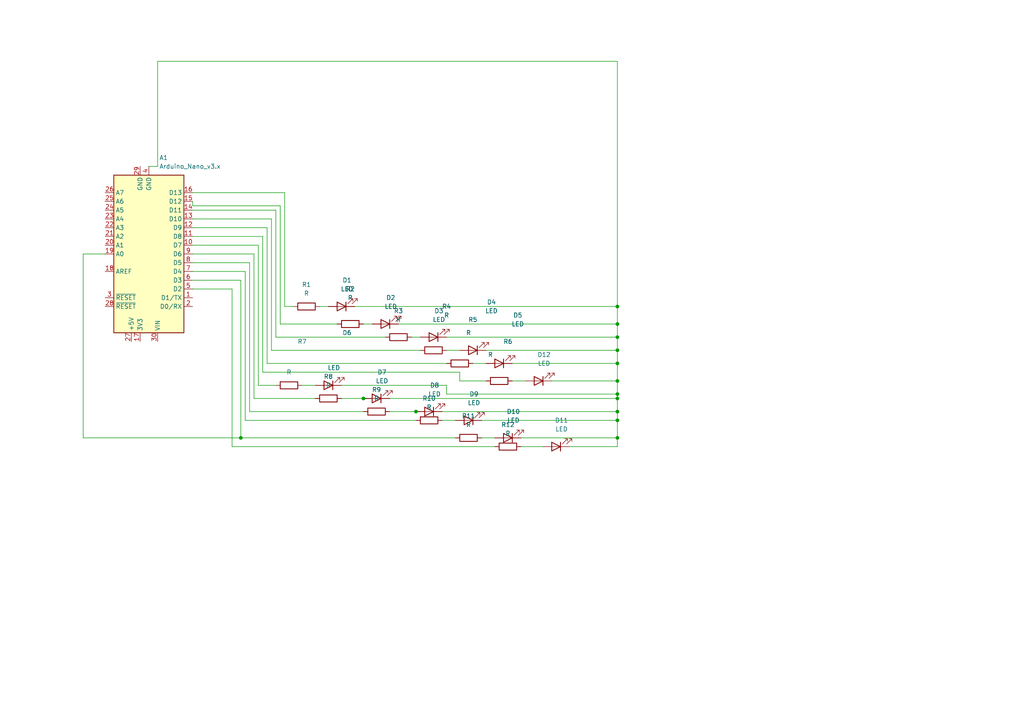
<source format=kicad_sch>
(kicad_sch
	(version 20231120)
	(generator "eeschema")
	(generator_version "8.0")
	(uuid "7cd18d84-4258-4b2f-aaac-ac1eaf754079")
	(paper "A4")
	(title_block
		(title "LED MATRIX")
		(date "8-30-2024")
		(rev "00")
		(comment 1 "DESIGNER: DAVID GOLIATH")
	)
	(lib_symbols
		(symbol "Device:LED"
			(pin_numbers hide)
			(pin_names
				(offset 1.016) hide)
			(exclude_from_sim no)
			(in_bom yes)
			(on_board yes)
			(property "Reference" "D"
				(at 0 2.54 0)
				(effects
					(font
						(size 1.27 1.27)
					)
				)
			)
			(property "Value" "LED"
				(at 0 -2.54 0)
				(effects
					(font
						(size 1.27 1.27)
					)
				)
			)
			(property "Footprint" ""
				(at 0 0 0)
				(effects
					(font
						(size 1.27 1.27)
					)
					(hide yes)
				)
			)
			(property "Datasheet" "~"
				(at 0 0 0)
				(effects
					(font
						(size 1.27 1.27)
					)
					(hide yes)
				)
			)
			(property "Description" "Light emitting diode"
				(at 0 0 0)
				(effects
					(font
						(size 1.27 1.27)
					)
					(hide yes)
				)
			)
			(property "ki_keywords" "LED diode"
				(at 0 0 0)
				(effects
					(font
						(size 1.27 1.27)
					)
					(hide yes)
				)
			)
			(property "ki_fp_filters" "LED* LED_SMD:* LED_THT:*"
				(at 0 0 0)
				(effects
					(font
						(size 1.27 1.27)
					)
					(hide yes)
				)
			)
			(symbol "LED_0_1"
				(polyline
					(pts
						(xy -1.27 -1.27) (xy -1.27 1.27)
					)
					(stroke
						(width 0.254)
						(type default)
					)
					(fill
						(type none)
					)
				)
				(polyline
					(pts
						(xy -1.27 0) (xy 1.27 0)
					)
					(stroke
						(width 0)
						(type default)
					)
					(fill
						(type none)
					)
				)
				(polyline
					(pts
						(xy 1.27 -1.27) (xy 1.27 1.27) (xy -1.27 0) (xy 1.27 -1.27)
					)
					(stroke
						(width 0.254)
						(type default)
					)
					(fill
						(type none)
					)
				)
				(polyline
					(pts
						(xy -3.048 -0.762) (xy -4.572 -2.286) (xy -3.81 -2.286) (xy -4.572 -2.286) (xy -4.572 -1.524)
					)
					(stroke
						(width 0)
						(type default)
					)
					(fill
						(type none)
					)
				)
				(polyline
					(pts
						(xy -1.778 -0.762) (xy -3.302 -2.286) (xy -2.54 -2.286) (xy -3.302 -2.286) (xy -3.302 -1.524)
					)
					(stroke
						(width 0)
						(type default)
					)
					(fill
						(type none)
					)
				)
			)
			(symbol "LED_1_1"
				(pin passive line
					(at -3.81 0 0)
					(length 2.54)
					(name "K"
						(effects
							(font
								(size 1.27 1.27)
							)
						)
					)
					(number "1"
						(effects
							(font
								(size 1.27 1.27)
							)
						)
					)
				)
				(pin passive line
					(at 3.81 0 180)
					(length 2.54)
					(name "A"
						(effects
							(font
								(size 1.27 1.27)
							)
						)
					)
					(number "2"
						(effects
							(font
								(size 1.27 1.27)
							)
						)
					)
				)
			)
		)
		(symbol "Device:R"
			(pin_numbers hide)
			(pin_names
				(offset 0)
			)
			(exclude_from_sim no)
			(in_bom yes)
			(on_board yes)
			(property "Reference" "R"
				(at 2.032 0 90)
				(effects
					(font
						(size 1.27 1.27)
					)
				)
			)
			(property "Value" "R"
				(at 0 0 90)
				(effects
					(font
						(size 1.27 1.27)
					)
				)
			)
			(property "Footprint" ""
				(at -1.778 0 90)
				(effects
					(font
						(size 1.27 1.27)
					)
					(hide yes)
				)
			)
			(property "Datasheet" "~"
				(at 0 0 0)
				(effects
					(font
						(size 1.27 1.27)
					)
					(hide yes)
				)
			)
			(property "Description" "Resistor"
				(at 0 0 0)
				(effects
					(font
						(size 1.27 1.27)
					)
					(hide yes)
				)
			)
			(property "ki_keywords" "R res resistor"
				(at 0 0 0)
				(effects
					(font
						(size 1.27 1.27)
					)
					(hide yes)
				)
			)
			(property "ki_fp_filters" "R_*"
				(at 0 0 0)
				(effects
					(font
						(size 1.27 1.27)
					)
					(hide yes)
				)
			)
			(symbol "R_0_1"
				(rectangle
					(start -1.016 -2.54)
					(end 1.016 2.54)
					(stroke
						(width 0.254)
						(type default)
					)
					(fill
						(type none)
					)
				)
			)
			(symbol "R_1_1"
				(pin passive line
					(at 0 3.81 270)
					(length 1.27)
					(name "~"
						(effects
							(font
								(size 1.27 1.27)
							)
						)
					)
					(number "1"
						(effects
							(font
								(size 1.27 1.27)
							)
						)
					)
				)
				(pin passive line
					(at 0 -3.81 90)
					(length 1.27)
					(name "~"
						(effects
							(font
								(size 1.27 1.27)
							)
						)
					)
					(number "2"
						(effects
							(font
								(size 1.27 1.27)
							)
						)
					)
				)
			)
		)
		(symbol "MCU_Module:Arduino_Nano_v3.x"
			(exclude_from_sim no)
			(in_bom yes)
			(on_board yes)
			(property "Reference" "A"
				(at -10.16 23.495 0)
				(effects
					(font
						(size 1.27 1.27)
					)
					(justify left bottom)
				)
			)
			(property "Value" "Arduino_Nano_v3.x"
				(at 5.08 -24.13 0)
				(effects
					(font
						(size 1.27 1.27)
					)
					(justify left top)
				)
			)
			(property "Footprint" "Module:Arduino_Nano"
				(at 0 0 0)
				(effects
					(font
						(size 1.27 1.27)
						(italic yes)
					)
					(hide yes)
				)
			)
			(property "Datasheet" "http://www.mouser.com/pdfdocs/Gravitech_Arduino_Nano3_0.pdf"
				(at 0 0 0)
				(effects
					(font
						(size 1.27 1.27)
					)
					(hide yes)
				)
			)
			(property "Description" "Arduino Nano v3.x"
				(at 0 0 0)
				(effects
					(font
						(size 1.27 1.27)
					)
					(hide yes)
				)
			)
			(property "ki_keywords" "Arduino nano microcontroller module USB"
				(at 0 0 0)
				(effects
					(font
						(size 1.27 1.27)
					)
					(hide yes)
				)
			)
			(property "ki_fp_filters" "Arduino*Nano*"
				(at 0 0 0)
				(effects
					(font
						(size 1.27 1.27)
					)
					(hide yes)
				)
			)
			(symbol "Arduino_Nano_v3.x_0_1"
				(rectangle
					(start -10.16 22.86)
					(end 10.16 -22.86)
					(stroke
						(width 0.254)
						(type default)
					)
					(fill
						(type background)
					)
				)
			)
			(symbol "Arduino_Nano_v3.x_1_1"
				(pin bidirectional line
					(at -12.7 12.7 0)
					(length 2.54)
					(name "D1/TX"
						(effects
							(font
								(size 1.27 1.27)
							)
						)
					)
					(number "1"
						(effects
							(font
								(size 1.27 1.27)
							)
						)
					)
				)
				(pin bidirectional line
					(at -12.7 -2.54 0)
					(length 2.54)
					(name "D7"
						(effects
							(font
								(size 1.27 1.27)
							)
						)
					)
					(number "10"
						(effects
							(font
								(size 1.27 1.27)
							)
						)
					)
				)
				(pin bidirectional line
					(at -12.7 -5.08 0)
					(length 2.54)
					(name "D8"
						(effects
							(font
								(size 1.27 1.27)
							)
						)
					)
					(number "11"
						(effects
							(font
								(size 1.27 1.27)
							)
						)
					)
				)
				(pin bidirectional line
					(at -12.7 -7.62 0)
					(length 2.54)
					(name "D9"
						(effects
							(font
								(size 1.27 1.27)
							)
						)
					)
					(number "12"
						(effects
							(font
								(size 1.27 1.27)
							)
						)
					)
				)
				(pin bidirectional line
					(at -12.7 -10.16 0)
					(length 2.54)
					(name "D10"
						(effects
							(font
								(size 1.27 1.27)
							)
						)
					)
					(number "13"
						(effects
							(font
								(size 1.27 1.27)
							)
						)
					)
				)
				(pin bidirectional line
					(at -12.7 -12.7 0)
					(length 2.54)
					(name "D11"
						(effects
							(font
								(size 1.27 1.27)
							)
						)
					)
					(number "14"
						(effects
							(font
								(size 1.27 1.27)
							)
						)
					)
				)
				(pin bidirectional line
					(at -12.7 -15.24 0)
					(length 2.54)
					(name "D12"
						(effects
							(font
								(size 1.27 1.27)
							)
						)
					)
					(number "15"
						(effects
							(font
								(size 1.27 1.27)
							)
						)
					)
				)
				(pin bidirectional line
					(at -12.7 -17.78 0)
					(length 2.54)
					(name "D13"
						(effects
							(font
								(size 1.27 1.27)
							)
						)
					)
					(number "16"
						(effects
							(font
								(size 1.27 1.27)
							)
						)
					)
				)
				(pin power_out line
					(at 2.54 25.4 270)
					(length 2.54)
					(name "3V3"
						(effects
							(font
								(size 1.27 1.27)
							)
						)
					)
					(number "17"
						(effects
							(font
								(size 1.27 1.27)
							)
						)
					)
				)
				(pin input line
					(at 12.7 5.08 180)
					(length 2.54)
					(name "AREF"
						(effects
							(font
								(size 1.27 1.27)
							)
						)
					)
					(number "18"
						(effects
							(font
								(size 1.27 1.27)
							)
						)
					)
				)
				(pin bidirectional line
					(at 12.7 0 180)
					(length 2.54)
					(name "A0"
						(effects
							(font
								(size 1.27 1.27)
							)
						)
					)
					(number "19"
						(effects
							(font
								(size 1.27 1.27)
							)
						)
					)
				)
				(pin bidirectional line
					(at -12.7 15.24 0)
					(length 2.54)
					(name "D0/RX"
						(effects
							(font
								(size 1.27 1.27)
							)
						)
					)
					(number "2"
						(effects
							(font
								(size 1.27 1.27)
							)
						)
					)
				)
				(pin bidirectional line
					(at 12.7 -2.54 180)
					(length 2.54)
					(name "A1"
						(effects
							(font
								(size 1.27 1.27)
							)
						)
					)
					(number "20"
						(effects
							(font
								(size 1.27 1.27)
							)
						)
					)
				)
				(pin bidirectional line
					(at 12.7 -5.08 180)
					(length 2.54)
					(name "A2"
						(effects
							(font
								(size 1.27 1.27)
							)
						)
					)
					(number "21"
						(effects
							(font
								(size 1.27 1.27)
							)
						)
					)
				)
				(pin bidirectional line
					(at 12.7 -7.62 180)
					(length 2.54)
					(name "A3"
						(effects
							(font
								(size 1.27 1.27)
							)
						)
					)
					(number "22"
						(effects
							(font
								(size 1.27 1.27)
							)
						)
					)
				)
				(pin bidirectional line
					(at 12.7 -10.16 180)
					(length 2.54)
					(name "A4"
						(effects
							(font
								(size 1.27 1.27)
							)
						)
					)
					(number "23"
						(effects
							(font
								(size 1.27 1.27)
							)
						)
					)
				)
				(pin bidirectional line
					(at 12.7 -12.7 180)
					(length 2.54)
					(name "A5"
						(effects
							(font
								(size 1.27 1.27)
							)
						)
					)
					(number "24"
						(effects
							(font
								(size 1.27 1.27)
							)
						)
					)
				)
				(pin bidirectional line
					(at 12.7 -15.24 180)
					(length 2.54)
					(name "A6"
						(effects
							(font
								(size 1.27 1.27)
							)
						)
					)
					(number "25"
						(effects
							(font
								(size 1.27 1.27)
							)
						)
					)
				)
				(pin bidirectional line
					(at 12.7 -17.78 180)
					(length 2.54)
					(name "A7"
						(effects
							(font
								(size 1.27 1.27)
							)
						)
					)
					(number "26"
						(effects
							(font
								(size 1.27 1.27)
							)
						)
					)
				)
				(pin power_out line
					(at 5.08 25.4 270)
					(length 2.54)
					(name "+5V"
						(effects
							(font
								(size 1.27 1.27)
							)
						)
					)
					(number "27"
						(effects
							(font
								(size 1.27 1.27)
							)
						)
					)
				)
				(pin input line
					(at 12.7 15.24 180)
					(length 2.54)
					(name "~{RESET}"
						(effects
							(font
								(size 1.27 1.27)
							)
						)
					)
					(number "28"
						(effects
							(font
								(size 1.27 1.27)
							)
						)
					)
				)
				(pin power_in line
					(at 2.54 -25.4 90)
					(length 2.54)
					(name "GND"
						(effects
							(font
								(size 1.27 1.27)
							)
						)
					)
					(number "29"
						(effects
							(font
								(size 1.27 1.27)
							)
						)
					)
				)
				(pin input line
					(at 12.7 12.7 180)
					(length 2.54)
					(name "~{RESET}"
						(effects
							(font
								(size 1.27 1.27)
							)
						)
					)
					(number "3"
						(effects
							(font
								(size 1.27 1.27)
							)
						)
					)
				)
				(pin power_in line
					(at -2.54 25.4 270)
					(length 2.54)
					(name "VIN"
						(effects
							(font
								(size 1.27 1.27)
							)
						)
					)
					(number "30"
						(effects
							(font
								(size 1.27 1.27)
							)
						)
					)
				)
				(pin power_in line
					(at 0 -25.4 90)
					(length 2.54)
					(name "GND"
						(effects
							(font
								(size 1.27 1.27)
							)
						)
					)
					(number "4"
						(effects
							(font
								(size 1.27 1.27)
							)
						)
					)
				)
				(pin bidirectional line
					(at -12.7 10.16 0)
					(length 2.54)
					(name "D2"
						(effects
							(font
								(size 1.27 1.27)
							)
						)
					)
					(number "5"
						(effects
							(font
								(size 1.27 1.27)
							)
						)
					)
				)
				(pin bidirectional line
					(at -12.7 7.62 0)
					(length 2.54)
					(name "D3"
						(effects
							(font
								(size 1.27 1.27)
							)
						)
					)
					(number "6"
						(effects
							(font
								(size 1.27 1.27)
							)
						)
					)
				)
				(pin bidirectional line
					(at -12.7 5.08 0)
					(length 2.54)
					(name "D4"
						(effects
							(font
								(size 1.27 1.27)
							)
						)
					)
					(number "7"
						(effects
							(font
								(size 1.27 1.27)
							)
						)
					)
				)
				(pin bidirectional line
					(at -12.7 2.54 0)
					(length 2.54)
					(name "D5"
						(effects
							(font
								(size 1.27 1.27)
							)
						)
					)
					(number "8"
						(effects
							(font
								(size 1.27 1.27)
							)
						)
					)
				)
				(pin bidirectional line
					(at -12.7 0 0)
					(length 2.54)
					(name "D6"
						(effects
							(font
								(size 1.27 1.27)
							)
						)
					)
					(number "9"
						(effects
							(font
								(size 1.27 1.27)
							)
						)
					)
				)
			)
		)
	)
	(junction
		(at 179.07 114.3)
		(diameter 0)
		(color 0 0 0 0)
		(uuid "0e8f15bf-4859-4ff1-875c-71cdba7078f8")
	)
	(junction
		(at 105.41 115.57)
		(diameter 0)
		(color 0 0 0 0)
		(uuid "1ac4804d-6f0b-4492-97aa-fc89ae704a30")
	)
	(junction
		(at 179.07 105.41)
		(diameter 0)
		(color 0 0 0 0)
		(uuid "1c7cd9a6-67b6-412a-8df6-26be668ef177")
	)
	(junction
		(at 179.07 119.38)
		(diameter 0)
		(color 0 0 0 0)
		(uuid "23b7c759-93e8-418f-88da-3c4456cec9fd")
	)
	(junction
		(at 179.07 121.92)
		(diameter 0)
		(color 0 0 0 0)
		(uuid "2ac2f7be-43d1-4716-bf14-7b9e9f9478b0")
	)
	(junction
		(at 179.07 97.79)
		(diameter 0)
		(color 0 0 0 0)
		(uuid "2b01e329-34c7-48d0-a8d2-3537aeadde15")
	)
	(junction
		(at 179.07 127)
		(diameter 0)
		(color 0 0 0 0)
		(uuid "3c19eb79-96f6-4385-9e6f-bb764f4cbcdc")
	)
	(junction
		(at 179.07 88.9)
		(diameter 0)
		(color 0 0 0 0)
		(uuid "3e5e09d5-e2c5-43c0-885f-3d66a0c986f6")
	)
	(junction
		(at 179.07 101.6)
		(diameter 0)
		(color 0 0 0 0)
		(uuid "64d8cc04-b596-4529-9227-fd86c3aa3278")
	)
	(junction
		(at 179.07 115.57)
		(diameter 0)
		(color 0 0 0 0)
		(uuid "7814b5ef-d635-4faa-85c2-626377f4f573")
	)
	(junction
		(at 120.65 119.38)
		(diameter 0)
		(color 0 0 0 0)
		(uuid "7e0e79ad-77f3-43a9-8a4f-6b53fdf52915")
	)
	(junction
		(at 179.07 93.98)
		(diameter 0)
		(color 0 0 0 0)
		(uuid "cd01950b-4e91-428e-9c53-a53bd6ba5104")
	)
	(junction
		(at 69.85 127)
		(diameter 0)
		(color 0 0 0 0)
		(uuid "cfb52796-acf7-4241-a648-d9f1df2d7619")
	)
	(junction
		(at 179.07 110.49)
		(diameter 0)
		(color 0 0 0 0)
		(uuid "d3287276-5eec-4470-b568-1131a9169ea0")
	)
	(wire
		(pts
			(xy 128.27 119.38) (xy 179.07 119.38)
		)
		(stroke
			(width 0)
			(type default)
		)
		(uuid "07f58e82-dd8e-4f7a-bf20-baee543037c4")
	)
	(wire
		(pts
			(xy 148.59 105.41) (xy 179.07 105.41)
		)
		(stroke
			(width 0)
			(type default)
		)
		(uuid "08add303-db14-40bf-bef4-548077affb7b")
	)
	(wire
		(pts
			(xy 30.48 73.66) (xy 24.13 73.66)
		)
		(stroke
			(width 0)
			(type default)
		)
		(uuid "139ac4e7-4b50-4e1e-bede-f187d79ec4e7")
	)
	(wire
		(pts
			(xy 81.28 93.98) (xy 97.79 93.98)
		)
		(stroke
			(width 0)
			(type default)
		)
		(uuid "1574da06-8db0-473d-8045-c39a4729f137")
	)
	(wire
		(pts
			(xy 179.07 119.38) (xy 179.07 121.92)
		)
		(stroke
			(width 0)
			(type default)
		)
		(uuid "15d9e86a-9b9e-4e92-a8c8-eb62da896e93")
	)
	(wire
		(pts
			(xy 179.07 114.3) (xy 179.07 115.57)
		)
		(stroke
			(width 0)
			(type default)
		)
		(uuid "1651d358-f7ed-4548-b3d6-20c50e6b254b")
	)
	(wire
		(pts
			(xy 69.85 81.28) (xy 69.85 127)
		)
		(stroke
			(width 0)
			(type default)
		)
		(uuid "1a35fda0-8c36-4325-9fe2-71d301ef71e9")
	)
	(wire
		(pts
			(xy 120.65 119.38) (xy 121.92 119.38)
		)
		(stroke
			(width 0)
			(type default)
		)
		(uuid "1ac807c1-028a-48de-961e-222f7687f35a")
	)
	(wire
		(pts
			(xy 129.54 101.6) (xy 133.35 101.6)
		)
		(stroke
			(width 0)
			(type default)
		)
		(uuid "1b8c7934-3f61-4f72-9af0-3428ac6fcde6")
	)
	(wire
		(pts
			(xy 67.31 129.54) (xy 143.51 129.54)
		)
		(stroke
			(width 0)
			(type default)
		)
		(uuid "1deaf513-4e82-4a3f-ab59-095a02a793be")
	)
	(wire
		(pts
			(xy 139.7 121.92) (xy 179.07 121.92)
		)
		(stroke
			(width 0)
			(type default)
		)
		(uuid "1f5cf795-e6db-4cab-8fdc-7cb59a84dbc2")
	)
	(wire
		(pts
			(xy 128.27 121.92) (xy 132.08 121.92)
		)
		(stroke
			(width 0)
			(type default)
		)
		(uuid "22a68b0c-7c13-4cb8-b721-d766a4802501")
	)
	(wire
		(pts
			(xy 129.54 111.76) (xy 129.54 114.3)
		)
		(stroke
			(width 0)
			(type default)
		)
		(uuid "247c0e39-9d11-499a-8313-5c66a5a32be9")
	)
	(wire
		(pts
			(xy 72.39 119.38) (xy 105.41 119.38)
		)
		(stroke
			(width 0)
			(type default)
		)
		(uuid "26c4d459-52d7-4583-9152-d0b6b5907ea9")
	)
	(wire
		(pts
			(xy 160.02 110.49) (xy 179.07 110.49)
		)
		(stroke
			(width 0)
			(type default)
		)
		(uuid "2741798f-e2e4-43bd-9eb9-c92fd64ddea3")
	)
	(wire
		(pts
			(xy 148.59 110.49) (xy 152.4 110.49)
		)
		(stroke
			(width 0)
			(type default)
		)
		(uuid "3000f53f-9fb0-43f9-a494-5df68ccd2eef")
	)
	(wire
		(pts
			(xy 55.88 78.74) (xy 71.12 78.74)
		)
		(stroke
			(width 0)
			(type default)
		)
		(uuid "30f50add-0ea1-4541-af70-8117131740f2")
	)
	(wire
		(pts
			(xy 45.72 17.78) (xy 45.72 48.26)
		)
		(stroke
			(width 0)
			(type default)
		)
		(uuid "31d3f9db-5f48-45d6-8bd0-2864e9a49561")
	)
	(wire
		(pts
			(xy 24.13 73.66) (xy 24.13 127)
		)
		(stroke
			(width 0)
			(type default)
		)
		(uuid "36453257-e14a-4605-aa4e-7564a3291a5d")
	)
	(wire
		(pts
			(xy 82.55 55.88) (xy 82.55 88.9)
		)
		(stroke
			(width 0)
			(type default)
		)
		(uuid "3955858b-8a0e-42bc-b11e-2859d49f42fa")
	)
	(wire
		(pts
			(xy 55.88 58.42) (xy 55.88 59.69)
		)
		(stroke
			(width 0)
			(type default)
		)
		(uuid "3a9580ac-1746-4178-9738-173892f6f782")
	)
	(wire
		(pts
			(xy 105.41 93.98) (xy 107.95 93.98)
		)
		(stroke
			(width 0)
			(type default)
		)
		(uuid "3d970d79-88fd-4b50-9bc4-48351b6a6f24")
	)
	(wire
		(pts
			(xy 55.88 63.5) (xy 78.74 63.5)
		)
		(stroke
			(width 0)
			(type default)
		)
		(uuid "42b0a346-5442-4030-a668-9f4f17062450")
	)
	(wire
		(pts
			(xy 24.13 127) (xy 69.85 127)
		)
		(stroke
			(width 0)
			(type default)
		)
		(uuid "45f2fec9-85bb-44e6-94de-29d3af1effbe")
	)
	(wire
		(pts
			(xy 179.07 127) (xy 179.07 129.54)
		)
		(stroke
			(width 0)
			(type default)
		)
		(uuid "46d5559e-fcb1-4243-9c60-655516480b66")
	)
	(wire
		(pts
			(xy 55.88 83.82) (xy 67.31 83.82)
		)
		(stroke
			(width 0)
			(type default)
		)
		(uuid "471f9697-78c3-4ac0-a404-bd14fb2e82eb")
	)
	(wire
		(pts
			(xy 72.39 76.2) (xy 72.39 119.38)
		)
		(stroke
			(width 0)
			(type default)
		)
		(uuid "47c934f3-6eae-4bb9-8a7c-b651aedb9994")
	)
	(wire
		(pts
			(xy 179.07 17.78) (xy 45.72 17.78)
		)
		(stroke
			(width 0)
			(type default)
		)
		(uuid "49496029-766d-4bba-9848-d5a452eb4fc9")
	)
	(wire
		(pts
			(xy 113.03 115.57) (xy 179.07 115.57)
		)
		(stroke
			(width 0)
			(type default)
		)
		(uuid "4a72527d-0781-4f9e-8d9e-284e2578d346")
	)
	(wire
		(pts
			(xy 67.31 83.82) (xy 67.31 129.54)
		)
		(stroke
			(width 0)
			(type default)
		)
		(uuid "4cc5bc3a-36fc-4028-9fa8-53bcafa19abd")
	)
	(wire
		(pts
			(xy 115.57 93.98) (xy 179.07 93.98)
		)
		(stroke
			(width 0)
			(type default)
		)
		(uuid "5050c5de-8072-4615-9dbb-46b8a1996cb1")
	)
	(wire
		(pts
			(xy 137.16 105.41) (xy 140.97 105.41)
		)
		(stroke
			(width 0)
			(type default)
		)
		(uuid "52c832fe-4f4f-49b9-b922-2e3bb4a27771")
	)
	(wire
		(pts
			(xy 55.88 55.88) (xy 82.55 55.88)
		)
		(stroke
			(width 0)
			(type default)
		)
		(uuid "549532cf-a4ff-4b7b-9d74-41cdf7118780")
	)
	(wire
		(pts
			(xy 71.12 121.92) (xy 120.65 121.92)
		)
		(stroke
			(width 0)
			(type default)
		)
		(uuid "57a66f9a-6751-4c04-8232-f49d1d1a1f81")
	)
	(wire
		(pts
			(xy 119.38 97.79) (xy 121.92 97.79)
		)
		(stroke
			(width 0)
			(type default)
		)
		(uuid "5a09940d-bc6e-474b-9f56-af7255dd80ab")
	)
	(wire
		(pts
			(xy 179.07 101.6) (xy 179.07 105.41)
		)
		(stroke
			(width 0)
			(type default)
		)
		(uuid "5bc023b3-ccd7-4837-b138-00ee107e2b12")
	)
	(wire
		(pts
			(xy 151.13 129.54) (xy 157.48 129.54)
		)
		(stroke
			(width 0)
			(type default)
		)
		(uuid "5c75d351-3d6f-43d6-bd1e-bb44dbfd976b")
	)
	(wire
		(pts
			(xy 179.07 17.78) (xy 179.07 88.9)
		)
		(stroke
			(width 0)
			(type default)
		)
		(uuid "693e5c09-9f07-461c-af2d-1279abf41a4b")
	)
	(wire
		(pts
			(xy 73.66 73.66) (xy 73.66 115.57)
		)
		(stroke
			(width 0)
			(type default)
		)
		(uuid "6a754e15-82ef-4c31-b8e5-1f2a1bbe13bd")
	)
	(wire
		(pts
			(xy 76.2 107.95) (xy 133.35 107.95)
		)
		(stroke
			(width 0)
			(type default)
		)
		(uuid "6e796400-6577-4dfc-8d8f-98467b068b7a")
	)
	(wire
		(pts
			(xy 99.06 115.57) (xy 105.41 115.57)
		)
		(stroke
			(width 0)
			(type default)
		)
		(uuid "6ff254fa-56db-40c6-8065-77fd055724b7")
	)
	(wire
		(pts
			(xy 78.74 101.6) (xy 78.74 63.5)
		)
		(stroke
			(width 0)
			(type default)
		)
		(uuid "75f9d553-fba9-4bd3-9ae0-29e23a9acdba")
	)
	(wire
		(pts
			(xy 129.54 114.3) (xy 179.07 114.3)
		)
		(stroke
			(width 0)
			(type default)
		)
		(uuid "7a18afdf-7633-4195-a856-a5001c00df6d")
	)
	(wire
		(pts
			(xy 80.01 60.96) (xy 80.01 97.79)
		)
		(stroke
			(width 0)
			(type default)
		)
		(uuid "7c281769-bf32-4ec0-93e0-436cc78eb69e")
	)
	(wire
		(pts
			(xy 74.93 111.76) (xy 80.01 111.76)
		)
		(stroke
			(width 0)
			(type default)
		)
		(uuid "7e06249b-e1da-425f-8fe6-ef7023ba3d7b")
	)
	(wire
		(pts
			(xy 140.97 101.6) (xy 179.07 101.6)
		)
		(stroke
			(width 0)
			(type default)
		)
		(uuid "82022f46-abbd-41e5-83e2-2afdd78fe9d6")
	)
	(wire
		(pts
			(xy 113.03 119.38) (xy 120.65 119.38)
		)
		(stroke
			(width 0)
			(type default)
		)
		(uuid "82afea47-76ca-454c-a595-5bd6422fe3b2")
	)
	(wire
		(pts
			(xy 55.88 73.66) (xy 73.66 73.66)
		)
		(stroke
			(width 0)
			(type default)
		)
		(uuid "82d8e9e5-a006-43ce-81b2-a310308b4fb3")
	)
	(wire
		(pts
			(xy 55.88 60.96) (xy 80.01 60.96)
		)
		(stroke
			(width 0)
			(type default)
		)
		(uuid "85f4018b-8181-4c48-aa16-220a2b663de4")
	)
	(wire
		(pts
			(xy 55.88 66.04) (xy 77.47 66.04)
		)
		(stroke
			(width 0)
			(type default)
		)
		(uuid "927cf2e4-d9d8-4f6c-a700-db6a7c8cfbd0")
	)
	(wire
		(pts
			(xy 133.35 110.49) (xy 140.97 110.49)
		)
		(stroke
			(width 0)
			(type default)
		)
		(uuid "92b057e9-3594-445f-9878-635df778aadd")
	)
	(wire
		(pts
			(xy 55.88 68.58) (xy 76.2 68.58)
		)
		(stroke
			(width 0)
			(type default)
		)
		(uuid "9720a532-3027-46a9-a928-c261085ae04e")
	)
	(wire
		(pts
			(xy 45.72 48.26) (xy 43.18 48.26)
		)
		(stroke
			(width 0)
			(type default)
		)
		(uuid "989a8397-fb62-462c-810a-38638964f33a")
	)
	(wire
		(pts
			(xy 80.01 97.79) (xy 111.76 97.79)
		)
		(stroke
			(width 0)
			(type default)
		)
		(uuid "a9bd76a6-3fa9-4f20-a88b-6b2154ed8930")
	)
	(wire
		(pts
			(xy 74.93 71.12) (xy 74.93 111.76)
		)
		(stroke
			(width 0)
			(type default)
		)
		(uuid "a9d97dbc-bd44-47b1-8c6a-0a3f7b7d64e8")
	)
	(wire
		(pts
			(xy 179.07 105.41) (xy 179.07 110.49)
		)
		(stroke
			(width 0)
			(type default)
		)
		(uuid "af3e4c1c-8fa5-426f-a973-b17c736b9f61")
	)
	(wire
		(pts
			(xy 99.06 111.76) (xy 129.54 111.76)
		)
		(stroke
			(width 0)
			(type default)
		)
		(uuid "b2e706f0-d72c-4130-ad67-b0e047746867")
	)
	(wire
		(pts
			(xy 179.07 93.98) (xy 179.07 97.79)
		)
		(stroke
			(width 0)
			(type default)
		)
		(uuid "b86e2cf0-5703-4a56-81f4-616daceea91c")
	)
	(wire
		(pts
			(xy 92.71 88.9) (xy 95.25 88.9)
		)
		(stroke
			(width 0)
			(type default)
		)
		(uuid "bb061af1-a125-404e-806e-78605275508f")
	)
	(wire
		(pts
			(xy 76.2 68.58) (xy 76.2 107.95)
		)
		(stroke
			(width 0)
			(type default)
		)
		(uuid "bc8e73ef-22dd-4a7f-9f53-39d8a4ff906e")
	)
	(wire
		(pts
			(xy 102.87 88.9) (xy 179.07 88.9)
		)
		(stroke
			(width 0)
			(type default)
		)
		(uuid "beec5e9c-7a60-4d5a-a571-45c6d7472e23")
	)
	(wire
		(pts
			(xy 129.54 97.79) (xy 179.07 97.79)
		)
		(stroke
			(width 0)
			(type default)
		)
		(uuid "c14b2425-7fb8-4d41-904e-43a8433df046")
	)
	(wire
		(pts
			(xy 55.88 76.2) (xy 72.39 76.2)
		)
		(stroke
			(width 0)
			(type default)
		)
		(uuid "c2cc2e89-e5bd-4db6-a4dd-44f28b825916")
	)
	(wire
		(pts
			(xy 87.63 111.76) (xy 91.44 111.76)
		)
		(stroke
			(width 0)
			(type default)
		)
		(uuid "c5bfaf0d-a68d-4c99-940a-7f7bf09db6c7")
	)
	(wire
		(pts
			(xy 69.85 127) (xy 132.08 127)
		)
		(stroke
			(width 0)
			(type default)
		)
		(uuid "c5e05363-447d-431c-82e9-6711d0f7149a")
	)
	(wire
		(pts
			(xy 81.28 59.69) (xy 81.28 93.98)
		)
		(stroke
			(width 0)
			(type default)
		)
		(uuid "c63b1b09-9b42-4480-b8c5-45ed5422a0b2")
	)
	(wire
		(pts
			(xy 179.07 97.79) (xy 179.07 101.6)
		)
		(stroke
			(width 0)
			(type default)
		)
		(uuid "c797aae2-b548-4d39-a2bb-d3476b8959df")
	)
	(wire
		(pts
			(xy 151.13 127) (xy 179.07 127)
		)
		(stroke
			(width 0)
			(type default)
		)
		(uuid "c7f886f3-3c46-4059-8c80-8e793d5d03ab")
	)
	(wire
		(pts
			(xy 55.88 59.69) (xy 81.28 59.69)
		)
		(stroke
			(width 0)
			(type default)
		)
		(uuid "cc38fea7-05b0-4644-9979-3e9d3dcb0a2d")
	)
	(wire
		(pts
			(xy 179.07 121.92) (xy 179.07 127)
		)
		(stroke
			(width 0)
			(type default)
		)
		(uuid "cd4e64c2-e2aa-4c9f-bf05-3b835b9995bb")
	)
	(wire
		(pts
			(xy 77.47 105.41) (xy 129.54 105.41)
		)
		(stroke
			(width 0)
			(type default)
		)
		(uuid "d7e269dd-b8a7-4e1f-a228-ab9ef7d2258c")
	)
	(wire
		(pts
			(xy 165.1 129.54) (xy 179.07 129.54)
		)
		(stroke
			(width 0)
			(type default)
		)
		(uuid "dae93c78-d7a8-4776-8ebf-1ce7253dc163")
	)
	(wire
		(pts
			(xy 73.66 115.57) (xy 91.44 115.57)
		)
		(stroke
			(width 0)
			(type default)
		)
		(uuid "dca31853-d7b9-4234-822d-681cb2d33f84")
	)
	(wire
		(pts
			(xy 133.35 107.95) (xy 133.35 110.49)
		)
		(stroke
			(width 0)
			(type default)
		)
		(uuid "e1851c88-8bb3-4106-87b6-7b74e681d128")
	)
	(wire
		(pts
			(xy 139.7 127) (xy 143.51 127)
		)
		(stroke
			(width 0)
			(type default)
		)
		(uuid "e20e01cd-6616-41d5-a1fb-375538787514")
	)
	(wire
		(pts
			(xy 71.12 78.74) (xy 71.12 121.92)
		)
		(stroke
			(width 0)
			(type default)
		)
		(uuid "e3d09186-e5f0-4ffe-9a0b-2ee233445b47")
	)
	(wire
		(pts
			(xy 121.92 101.6) (xy 78.74 101.6)
		)
		(stroke
			(width 0)
			(type default)
		)
		(uuid "e67ed245-df29-41c8-9820-a8fc2d7248a1")
	)
	(wire
		(pts
			(xy 55.88 71.12) (xy 74.93 71.12)
		)
		(stroke
			(width 0)
			(type default)
		)
		(uuid "e7bb56e2-af33-4e33-a584-4649ddae19d0")
	)
	(wire
		(pts
			(xy 179.07 115.57) (xy 179.07 119.38)
		)
		(stroke
			(width 0)
			(type default)
		)
		(uuid "e8829304-1af3-418e-8729-0d98af7f6574")
	)
	(wire
		(pts
			(xy 55.88 81.28) (xy 69.85 81.28)
		)
		(stroke
			(width 0)
			(type default)
		)
		(uuid "eecff74e-3c53-49bf-82e4-f1b3aab34eef")
	)
	(wire
		(pts
			(xy 179.07 88.9) (xy 179.07 93.98)
		)
		(stroke
			(width 0)
			(type default)
		)
		(uuid "f5b69b53-bccf-4cec-a83e-36644dc79186")
	)
	(wire
		(pts
			(xy 82.55 88.9) (xy 85.09 88.9)
		)
		(stroke
			(width 0)
			(type default)
		)
		(uuid "f666a4ce-2e6d-4d37-ae42-454790a3a364")
	)
	(wire
		(pts
			(xy 179.07 110.49) (xy 179.07 114.3)
		)
		(stroke
			(width 0)
			(type default)
		)
		(uuid "f979cc70-7df0-48bc-93e1-384b85888b5a")
	)
	(wire
		(pts
			(xy 105.41 115.57) (xy 106.68 115.57)
		)
		(stroke
			(width 0)
			(type default)
		)
		(uuid "fbe087c3-ebca-488b-86e9-8965c995d581")
	)
	(wire
		(pts
			(xy 77.47 66.04) (xy 77.47 105.41)
		)
		(stroke
			(width 0)
			(type default)
		)
		(uuid "fd5085e8-d800-4d05-89e7-038b1c11d3d5")
	)
	(symbol
		(lib_id "Device:R")
		(at 124.46 121.92 90)
		(unit 1)
		(exclude_from_sim no)
		(in_bom yes)
		(on_board yes)
		(dnp no)
		(fields_autoplaced yes)
		(uuid "2988cc19-2d34-4514-a72e-762713672667")
		(property "Reference" "R10"
			(at 124.46 115.57 90)
			(effects
				(font
					(size 1.27 1.27)
				)
			)
		)
		(property "Value" "R"
			(at 124.46 118.11 90)
			(effects
				(font
					(size 1.27 1.27)
				)
			)
		)
		(property "Footprint" "Resistor_SMD:R_01005_0402Metric"
			(at 124.46 123.698 90)
			(effects
				(font
					(size 1.27 1.27)
				)
				(hide yes)
			)
		)
		(property "Datasheet" "~"
			(at 124.46 121.92 0)
			(effects
				(font
					(size 1.27 1.27)
				)
				(hide yes)
			)
		)
		(property "Description" "Resistor"
			(at 124.46 121.92 0)
			(effects
				(font
					(size 1.27 1.27)
				)
				(hide yes)
			)
		)
		(pin "1"
			(uuid "261b6334-fc96-48ba-9dbc-b38e224649a8")
		)
		(pin "2"
			(uuid "7695bf05-8f69-41ba-bd4d-9d1c7ea725e6")
		)
		(instances
			(project ""
				(path "/7cd18d84-4258-4b2f-aaac-ac1eaf754079"
					(reference "R10")
					(unit 1)
				)
			)
		)
	)
	(symbol
		(lib_id "Device:LED")
		(at 99.06 88.9 180)
		(unit 1)
		(exclude_from_sim no)
		(in_bom yes)
		(on_board yes)
		(dnp no)
		(fields_autoplaced yes)
		(uuid "2d37fab6-b146-4975-abdd-0d1c5e62c2d1")
		(property "Reference" "D1"
			(at 100.6475 81.28 0)
			(effects
				(font
					(size 1.27 1.27)
				)
			)
		)
		(property "Value" "LED"
			(at 100.6475 83.82 0)
			(effects
				(font
					(size 1.27 1.27)
				)
			)
		)
		(property "Footprint" "LED_SMD:LED_0402_1005Metric"
			(at 99.06 88.9 0)
			(effects
				(font
					(size 1.27 1.27)
				)
				(hide yes)
			)
		)
		(property "Datasheet" "~"
			(at 99.06 88.9 0)
			(effects
				(font
					(size 1.27 1.27)
				)
				(hide yes)
			)
		)
		(property "Description" "Light emitting diode"
			(at 99.06 88.9 0)
			(effects
				(font
					(size 1.27 1.27)
				)
				(hide yes)
			)
		)
		(pin "2"
			(uuid "8e1b4c9c-6460-4382-8a2b-f02f8a59ded4")
		)
		(pin "1"
			(uuid "b1882671-2d20-4ca7-99e9-a4625c3ac167")
		)
		(instances
			(project ""
				(path "/7cd18d84-4258-4b2f-aaac-ac1eaf754079"
					(reference "D1")
					(unit 1)
				)
			)
		)
	)
	(symbol
		(lib_id "Device:LED")
		(at 124.46 119.38 180)
		(unit 1)
		(exclude_from_sim no)
		(in_bom yes)
		(on_board yes)
		(dnp no)
		(fields_autoplaced yes)
		(uuid "3244982c-3c52-47a5-805e-cc4a34253892")
		(property "Reference" "D8"
			(at 126.0475 111.76 0)
			(effects
				(font
					(size 1.27 1.27)
				)
			)
		)
		(property "Value" "LED"
			(at 126.0475 114.3 0)
			(effects
				(font
					(size 1.27 1.27)
				)
			)
		)
		(property "Footprint" "LED_SMD:LED_0402_1005Metric"
			(at 124.46 119.38 0)
			(effects
				(font
					(size 1.27 1.27)
				)
				(hide yes)
			)
		)
		(property "Datasheet" "~"
			(at 124.46 119.38 0)
			(effects
				(font
					(size 1.27 1.27)
				)
				(hide yes)
			)
		)
		(property "Description" "Light emitting diode"
			(at 124.46 119.38 0)
			(effects
				(font
					(size 1.27 1.27)
				)
				(hide yes)
			)
		)
		(pin "2"
			(uuid "8e1b4c9c-6460-4382-8a2b-f02f8a59ded5")
		)
		(pin "1"
			(uuid "b1882671-2d20-4ca7-99e9-a4625c3ac168")
		)
		(instances
			(project ""
				(path "/7cd18d84-4258-4b2f-aaac-ac1eaf754079"
					(reference "D8")
					(unit 1)
				)
			)
		)
	)
	(symbol
		(lib_id "Device:R")
		(at 144.78 110.49 90)
		(unit 1)
		(exclude_from_sim no)
		(in_bom yes)
		(on_board yes)
		(dnp no)
		(uuid "33e11039-47fa-47d7-b26b-74c322f19b0e")
		(property "Reference" "R6"
			(at 147.32 99.06 90)
			(effects
				(font
					(size 1.27 1.27)
				)
			)
		)
		(property "Value" "R"
			(at 142.24 102.87 90)
			(effects
				(font
					(size 1.27 1.27)
				)
			)
		)
		(property "Footprint" "Resistor_SMD:R_01005_0402Metric"
			(at 144.78 112.268 90)
			(effects
				(font
					(size 1.27 1.27)
				)
				(hide yes)
			)
		)
		(property "Datasheet" "~"
			(at 144.78 110.49 0)
			(effects
				(font
					(size 1.27 1.27)
				)
				(hide yes)
			)
		)
		(property "Description" "Resistor"
			(at 144.78 110.49 0)
			(effects
				(font
					(size 1.27 1.27)
				)
				(hide yes)
			)
		)
		(pin "1"
			(uuid "261b6334-fc96-48ba-9dbc-b38e224649a9")
		)
		(pin "2"
			(uuid "7695bf05-8f69-41ba-bd4d-9d1c7ea725e7")
		)
		(instances
			(project ""
				(path "/7cd18d84-4258-4b2f-aaac-ac1eaf754079"
					(reference "R6")
					(unit 1)
				)
			)
		)
	)
	(symbol
		(lib_id "Device:LED")
		(at 125.73 97.79 180)
		(unit 1)
		(exclude_from_sim no)
		(in_bom yes)
		(on_board yes)
		(dnp no)
		(fields_autoplaced yes)
		(uuid "3795be52-7c9b-4e90-b2fc-c320bbb9f99f")
		(property "Reference" "D3"
			(at 127.3175 90.17 0)
			(effects
				(font
					(size 1.27 1.27)
				)
			)
		)
		(property "Value" "LED"
			(at 127.3175 92.71 0)
			(effects
				(font
					(size 1.27 1.27)
				)
			)
		)
		(property "Footprint" "LED_SMD:LED_0402_1005Metric"
			(at 125.73 97.79 0)
			(effects
				(font
					(size 1.27 1.27)
				)
				(hide yes)
			)
		)
		(property "Datasheet" "~"
			(at 125.73 97.79 0)
			(effects
				(font
					(size 1.27 1.27)
				)
				(hide yes)
			)
		)
		(property "Description" "Light emitting diode"
			(at 125.73 97.79 0)
			(effects
				(font
					(size 1.27 1.27)
				)
				(hide yes)
			)
		)
		(pin "2"
			(uuid "8e1b4c9c-6460-4382-8a2b-f02f8a59ded6")
		)
		(pin "1"
			(uuid "b1882671-2d20-4ca7-99e9-a4625c3ac169")
		)
		(instances
			(project ""
				(path "/7cd18d84-4258-4b2f-aaac-ac1eaf754079"
					(reference "D3")
					(unit 1)
				)
			)
		)
	)
	(symbol
		(lib_id "Device:R")
		(at 133.35 105.41 90)
		(unit 1)
		(exclude_from_sim no)
		(in_bom yes)
		(on_board yes)
		(dnp no)
		(uuid "3830b26d-13aa-4f07-b4cf-9396e085247b")
		(property "Reference" "R5"
			(at 137.16 92.71 90)
			(effects
				(font
					(size 1.27 1.27)
				)
			)
		)
		(property "Value" "R"
			(at 135.89 96.52 90)
			(effects
				(font
					(size 1.27 1.27)
				)
			)
		)
		(property "Footprint" "Resistor_SMD:R_01005_0402Metric"
			(at 133.35 107.188 90)
			(effects
				(font
					(size 1.27 1.27)
				)
				(hide yes)
			)
		)
		(property "Datasheet" "~"
			(at 133.35 105.41 0)
			(effects
				(font
					(size 1.27 1.27)
				)
				(hide yes)
			)
		)
		(property "Description" "Resistor"
			(at 133.35 105.41 0)
			(effects
				(font
					(size 1.27 1.27)
				)
				(hide yes)
			)
		)
		(pin "1"
			(uuid "261b6334-fc96-48ba-9dbc-b38e224649aa")
		)
		(pin "2"
			(uuid "7695bf05-8f69-41ba-bd4d-9d1c7ea725e8")
		)
		(instances
			(project ""
				(path "/7cd18d84-4258-4b2f-aaac-ac1eaf754079"
					(reference "R5")
					(unit 1)
				)
			)
		)
	)
	(symbol
		(lib_id "Device:R")
		(at 95.25 115.57 90)
		(unit 1)
		(exclude_from_sim no)
		(in_bom yes)
		(on_board yes)
		(dnp no)
		(fields_autoplaced yes)
		(uuid "3ee79e84-cf10-415a-9a5f-6142294ba6f4")
		(property "Reference" "R8"
			(at 95.25 109.22 90)
			(effects
				(font
					(size 1.27 1.27)
				)
			)
		)
		(property "Value" "R"
			(at 95.25 111.76 90)
			(effects
				(font
					(size 1.27 1.27)
				)
			)
		)
		(property "Footprint" "Resistor_SMD:R_01005_0402Metric"
			(at 95.25 117.348 90)
			(effects
				(font
					(size 1.27 1.27)
				)
				(hide yes)
			)
		)
		(property "Datasheet" "~"
			(at 95.25 115.57 0)
			(effects
				(font
					(size 1.27 1.27)
				)
				(hide yes)
			)
		)
		(property "Description" "Resistor"
			(at 95.25 115.57 0)
			(effects
				(font
					(size 1.27 1.27)
				)
				(hide yes)
			)
		)
		(pin "1"
			(uuid "261b6334-fc96-48ba-9dbc-b38e224649ab")
		)
		(pin "2"
			(uuid "7695bf05-8f69-41ba-bd4d-9d1c7ea725e9")
		)
		(instances
			(project ""
				(path "/7cd18d84-4258-4b2f-aaac-ac1eaf754079"
					(reference "R8")
					(unit 1)
				)
			)
		)
	)
	(symbol
		(lib_id "Device:LED")
		(at 156.21 110.49 180)
		(unit 1)
		(exclude_from_sim no)
		(in_bom yes)
		(on_board yes)
		(dnp no)
		(fields_autoplaced yes)
		(uuid "4787f366-d13f-42aa-b247-cdf32a7ae033")
		(property "Reference" "D12"
			(at 157.7975 102.87 0)
			(effects
				(font
					(size 1.27 1.27)
				)
			)
		)
		(property "Value" "LED"
			(at 157.7975 105.41 0)
			(effects
				(font
					(size 1.27 1.27)
				)
			)
		)
		(property "Footprint" "LED_SMD:LED_0402_1005Metric"
			(at 156.21 110.49 0)
			(effects
				(font
					(size 1.27 1.27)
				)
				(hide yes)
			)
		)
		(property "Datasheet" "~"
			(at 156.21 110.49 0)
			(effects
				(font
					(size 1.27 1.27)
				)
				(hide yes)
			)
		)
		(property "Description" "Light emitting diode"
			(at 156.21 110.49 0)
			(effects
				(font
					(size 1.27 1.27)
				)
				(hide yes)
			)
		)
		(pin "1"
			(uuid "c2cb66bb-ce8c-40cd-921f-8d9fb5dd27fc")
		)
		(pin "2"
			(uuid "23df391c-5145-45ec-a786-0d521b2fc4e7")
		)
		(instances
			(project ""
				(path "/7cd18d84-4258-4b2f-aaac-ac1eaf754079"
					(reference "D12")
					(unit 1)
				)
			)
		)
	)
	(symbol
		(lib_id "Device:LED")
		(at 135.89 121.92 180)
		(unit 1)
		(exclude_from_sim no)
		(in_bom yes)
		(on_board yes)
		(dnp no)
		(fields_autoplaced yes)
		(uuid "4c1beee4-4f8a-43e2-9838-5f045a57479e")
		(property "Reference" "D9"
			(at 137.4775 114.3 0)
			(effects
				(font
					(size 1.27 1.27)
				)
			)
		)
		(property "Value" "LED"
			(at 137.4775 116.84 0)
			(effects
				(font
					(size 1.27 1.27)
				)
			)
		)
		(property "Footprint" "LED_SMD:LED_0402_1005Metric"
			(at 135.89 121.92 0)
			(effects
				(font
					(size 1.27 1.27)
				)
				(hide yes)
			)
		)
		(property "Datasheet" "~"
			(at 135.89 121.92 0)
			(effects
				(font
					(size 1.27 1.27)
				)
				(hide yes)
			)
		)
		(property "Description" "Light emitting diode"
			(at 135.89 121.92 0)
			(effects
				(font
					(size 1.27 1.27)
				)
				(hide yes)
			)
		)
		(pin "2"
			(uuid "8e1b4c9c-6460-4382-8a2b-f02f8a59ded7")
		)
		(pin "1"
			(uuid "b1882671-2d20-4ca7-99e9-a4625c3ac16a")
		)
		(instances
			(project ""
				(path "/7cd18d84-4258-4b2f-aaac-ac1eaf754079"
					(reference "D9")
					(unit 1)
				)
			)
		)
	)
	(symbol
		(lib_id "Device:LED")
		(at 109.22 115.57 180)
		(unit 1)
		(exclude_from_sim no)
		(in_bom yes)
		(on_board yes)
		(dnp no)
		(fields_autoplaced yes)
		(uuid "50ce866f-4dc4-4c2f-b506-a3645152147a")
		(property "Reference" "D7"
			(at 110.8075 107.95 0)
			(effects
				(font
					(size 1.27 1.27)
				)
			)
		)
		(property "Value" "LED"
			(at 110.8075 110.49 0)
			(effects
				(font
					(size 1.27 1.27)
				)
			)
		)
		(property "Footprint" "LED_SMD:LED_0402_1005Metric"
			(at 109.22 115.57 0)
			(effects
				(font
					(size 1.27 1.27)
				)
				(hide yes)
			)
		)
		(property "Datasheet" "~"
			(at 109.22 115.57 0)
			(effects
				(font
					(size 1.27 1.27)
				)
				(hide yes)
			)
		)
		(property "Description" "Light emitting diode"
			(at 109.22 115.57 0)
			(effects
				(font
					(size 1.27 1.27)
				)
				(hide yes)
			)
		)
		(pin "2"
			(uuid "8e1b4c9c-6460-4382-8a2b-f02f8a59ded8")
		)
		(pin "1"
			(uuid "b1882671-2d20-4ca7-99e9-a4625c3ac16b")
		)
		(instances
			(project ""
				(path "/7cd18d84-4258-4b2f-aaac-ac1eaf754079"
					(reference "D7")
					(unit 1)
				)
			)
		)
	)
	(symbol
		(lib_id "Device:LED")
		(at 147.32 127 180)
		(unit 1)
		(exclude_from_sim no)
		(in_bom yes)
		(on_board yes)
		(dnp no)
		(fields_autoplaced yes)
		(uuid "516a28a2-b73f-4f0c-8338-b3ccfa5f3c1d")
		(property "Reference" "D10"
			(at 148.9075 119.38 0)
			(effects
				(font
					(size 1.27 1.27)
				)
			)
		)
		(property "Value" "LED"
			(at 148.9075 121.92 0)
			(effects
				(font
					(size 1.27 1.27)
				)
			)
		)
		(property "Footprint" "LED_SMD:LED_0402_1005Metric"
			(at 147.32 127 0)
			(effects
				(font
					(size 1.27 1.27)
				)
				(hide yes)
			)
		)
		(property "Datasheet" "~"
			(at 147.32 127 0)
			(effects
				(font
					(size 1.27 1.27)
				)
				(hide yes)
			)
		)
		(property "Description" "Light emitting diode"
			(at 147.32 127 0)
			(effects
				(font
					(size 1.27 1.27)
				)
				(hide yes)
			)
		)
		(pin "2"
			(uuid "8e1b4c9c-6460-4382-8a2b-f02f8a59ded9")
		)
		(pin "1"
			(uuid "b1882671-2d20-4ca7-99e9-a4625c3ac16c")
		)
		(instances
			(project ""
				(path "/7cd18d84-4258-4b2f-aaac-ac1eaf754079"
					(reference "D10")
					(unit 1)
				)
			)
		)
	)
	(symbol
		(lib_id "Device:R")
		(at 83.82 111.76 90)
		(unit 1)
		(exclude_from_sim no)
		(in_bom yes)
		(on_board yes)
		(dnp no)
		(uuid "51cf274c-ebf2-4885-bd7c-42c5b15c5fa3")
		(property "Reference" "R7"
			(at 87.63 99.06 90)
			(effects
				(font
					(size 1.27 1.27)
				)
			)
		)
		(property "Value" "R"
			(at 83.82 107.95 90)
			(effects
				(font
					(size 1.27 1.27)
				)
			)
		)
		(property "Footprint" "Resistor_SMD:R_01005_0402Metric"
			(at 83.82 113.538 90)
			(effects
				(font
					(size 1.27 1.27)
				)
				(hide yes)
			)
		)
		(property "Datasheet" "~"
			(at 83.82 111.76 0)
			(effects
				(font
					(size 1.27 1.27)
				)
				(hide yes)
			)
		)
		(property "Description" "Resistor"
			(at 83.82 111.76 0)
			(effects
				(font
					(size 1.27 1.27)
				)
				(hide yes)
			)
		)
		(pin "1"
			(uuid "261b6334-fc96-48ba-9dbc-b38e224649ac")
		)
		(pin "2"
			(uuid "7695bf05-8f69-41ba-bd4d-9d1c7ea725ea")
		)
		(instances
			(project ""
				(path "/7cd18d84-4258-4b2f-aaac-ac1eaf754079"
					(reference "R7")
					(unit 1)
				)
			)
		)
	)
	(symbol
		(lib_id "Device:R")
		(at 125.73 101.6 90)
		(unit 1)
		(exclude_from_sim no)
		(in_bom yes)
		(on_board yes)
		(dnp no)
		(uuid "57e96c68-8660-42ad-ba58-dd0acfdd1b64")
		(property "Reference" "R4"
			(at 129.54 88.9 90)
			(effects
				(font
					(size 1.27 1.27)
				)
			)
		)
		(property "Value" "R"
			(at 129.54 91.44 90)
			(effects
				(font
					(size 1.27 1.27)
				)
			)
		)
		(property "Footprint" "Resistor_SMD:R_01005_0402Metric"
			(at 125.73 103.378 90)
			(effects
				(font
					(size 1.27 1.27)
				)
				(hide yes)
			)
		)
		(property "Datasheet" "~"
			(at 125.73 101.6 0)
			(effects
				(font
					(size 1.27 1.27)
				)
				(hide yes)
			)
		)
		(property "Description" "Resistor"
			(at 125.73 101.6 0)
			(effects
				(font
					(size 1.27 1.27)
				)
				(hide yes)
			)
		)
		(pin "1"
			(uuid "261b6334-fc96-48ba-9dbc-b38e224649ad")
		)
		(pin "2"
			(uuid "7695bf05-8f69-41ba-bd4d-9d1c7ea725eb")
		)
		(instances
			(project ""
				(path "/7cd18d84-4258-4b2f-aaac-ac1eaf754079"
					(reference "R4")
					(unit 1)
				)
			)
		)
	)
	(symbol
		(lib_id "Device:R")
		(at 109.22 119.38 90)
		(unit 1)
		(exclude_from_sim no)
		(in_bom yes)
		(on_board yes)
		(dnp no)
		(fields_autoplaced yes)
		(uuid "5d6f18b9-5bfe-41aa-a7fc-8eca3721922e")
		(property "Reference" "R9"
			(at 109.22 113.03 90)
			(effects
				(font
					(size 1.27 1.27)
				)
			)
		)
		(property "Value" "R"
			(at 109.22 115.57 90)
			(effects
				(font
					(size 1.27 1.27)
				)
			)
		)
		(property "Footprint" "Resistor_SMD:R_01005_0402Metric"
			(at 109.22 121.158 90)
			(effects
				(font
					(size 1.27 1.27)
				)
				(hide yes)
			)
		)
		(property "Datasheet" "~"
			(at 109.22 119.38 0)
			(effects
				(font
					(size 1.27 1.27)
				)
				(hide yes)
			)
		)
		(property "Description" "Resistor"
			(at 109.22 119.38 0)
			(effects
				(font
					(size 1.27 1.27)
				)
				(hide yes)
			)
		)
		(pin "1"
			(uuid "261b6334-fc96-48ba-9dbc-b38e224649ae")
		)
		(pin "2"
			(uuid "7695bf05-8f69-41ba-bd4d-9d1c7ea725ec")
		)
		(instances
			(project ""
				(path "/7cd18d84-4258-4b2f-aaac-ac1eaf754079"
					(reference "R9")
					(unit 1)
				)
			)
		)
	)
	(symbol
		(lib_id "Device:LED")
		(at 137.16 101.6 180)
		(unit 1)
		(exclude_from_sim no)
		(in_bom yes)
		(on_board yes)
		(dnp no)
		(uuid "6fc90b09-297a-488a-a31c-27534852229f")
		(property "Reference" "D4"
			(at 142.5575 87.63 0)
			(effects
				(font
					(size 1.27 1.27)
				)
			)
		)
		(property "Value" "LED"
			(at 142.5575 90.17 0)
			(effects
				(font
					(size 1.27 1.27)
				)
			)
		)
		(property "Footprint" "LED_SMD:LED_0402_1005Metric"
			(at 137.16 101.6 0)
			(effects
				(font
					(size 1.27 1.27)
				)
				(hide yes)
			)
		)
		(property "Datasheet" "~"
			(at 137.16 101.6 0)
			(effects
				(font
					(size 1.27 1.27)
				)
				(hide yes)
			)
		)
		(property "Description" "Light emitting diode"
			(at 137.16 101.6 0)
			(effects
				(font
					(size 1.27 1.27)
				)
				(hide yes)
			)
		)
		(pin "2"
			(uuid "8e1b4c9c-6460-4382-8a2b-f02f8a59deda")
		)
		(pin "1"
			(uuid "b1882671-2d20-4ca7-99e9-a4625c3ac16d")
		)
		(instances
			(project ""
				(path "/7cd18d84-4258-4b2f-aaac-ac1eaf754079"
					(reference "D4")
					(unit 1)
				)
			)
		)
	)
	(symbol
		(lib_id "Device:R")
		(at 115.57 97.79 90)
		(unit 1)
		(exclude_from_sim no)
		(in_bom yes)
		(on_board yes)
		(dnp no)
		(uuid "77c3fffc-40b6-498d-9266-2c2c2988b558")
		(property "Reference" "R3"
			(at 115.57 90.17 90)
			(effects
				(font
					(size 1.27 1.27)
				)
			)
		)
		(property "Value" "R"
			(at 115.57 92.71 90)
			(effects
				(font
					(size 1.27 1.27)
				)
			)
		)
		(property "Footprint" "Resistor_SMD:R_01005_0402Metric"
			(at 115.57 99.568 90)
			(effects
				(font
					(size 1.27 1.27)
				)
				(hide yes)
			)
		)
		(property "Datasheet" "~"
			(at 115.57 97.79 0)
			(effects
				(font
					(size 1.27 1.27)
				)
				(hide yes)
			)
		)
		(property "Description" "Resistor"
			(at 115.57 97.79 0)
			(effects
				(font
					(size 1.27 1.27)
				)
				(hide yes)
			)
		)
		(pin "1"
			(uuid "261b6334-fc96-48ba-9dbc-b38e224649af")
		)
		(pin "2"
			(uuid "7695bf05-8f69-41ba-bd4d-9d1c7ea725ed")
		)
		(instances
			(project ""
				(path "/7cd18d84-4258-4b2f-aaac-ac1eaf754079"
					(reference "R3")
					(unit 1)
				)
			)
		)
	)
	(symbol
		(lib_id "Device:R")
		(at 88.9 88.9 90)
		(unit 1)
		(exclude_from_sim no)
		(in_bom yes)
		(on_board yes)
		(dnp no)
		(fields_autoplaced yes)
		(uuid "81660a22-7db9-46c6-80b9-e063b91df2e3")
		(property "Reference" "R1"
			(at 88.9 82.55 90)
			(effects
				(font
					(size 1.27 1.27)
				)
			)
		)
		(property "Value" "R"
			(at 88.9 85.09 90)
			(effects
				(font
					(size 1.27 1.27)
				)
			)
		)
		(property "Footprint" "Resistor_SMD:R_01005_0402Metric"
			(at 88.9 90.678 90)
			(effects
				(font
					(size 1.27 1.27)
				)
				(hide yes)
			)
		)
		(property "Datasheet" "~"
			(at 88.9 88.9 0)
			(effects
				(font
					(size 1.27 1.27)
				)
				(hide yes)
			)
		)
		(property "Description" "Resistor"
			(at 88.9 88.9 0)
			(effects
				(font
					(size 1.27 1.27)
				)
				(hide yes)
			)
		)
		(pin "1"
			(uuid "261b6334-fc96-48ba-9dbc-b38e224649b0")
		)
		(pin "2"
			(uuid "7695bf05-8f69-41ba-bd4d-9d1c7ea725ee")
		)
		(instances
			(project ""
				(path "/7cd18d84-4258-4b2f-aaac-ac1eaf754079"
					(reference "R1")
					(unit 1)
				)
			)
		)
	)
	(symbol
		(lib_id "Device:R")
		(at 135.89 127 90)
		(unit 1)
		(exclude_from_sim no)
		(in_bom yes)
		(on_board yes)
		(dnp no)
		(fields_autoplaced yes)
		(uuid "851d831e-b819-4775-8329-fa22f2d954bb")
		(property "Reference" "R11"
			(at 135.89 120.65 90)
			(effects
				(font
					(size 1.27 1.27)
				)
			)
		)
		(property "Value" "R"
			(at 135.89 123.19 90)
			(effects
				(font
					(size 1.27 1.27)
				)
			)
		)
		(property "Footprint" "Resistor_SMD:R_01005_0402Metric"
			(at 135.89 128.778 90)
			(effects
				(font
					(size 1.27 1.27)
				)
				(hide yes)
			)
		)
		(property "Datasheet" "~"
			(at 135.89 127 0)
			(effects
				(font
					(size 1.27 1.27)
				)
				(hide yes)
			)
		)
		(property "Description" "Resistor"
			(at 135.89 127 0)
			(effects
				(font
					(size 1.27 1.27)
				)
				(hide yes)
			)
		)
		(pin "1"
			(uuid "261b6334-fc96-48ba-9dbc-b38e224649b1")
		)
		(pin "2"
			(uuid "7695bf05-8f69-41ba-bd4d-9d1c7ea725ef")
		)
		(instances
			(project ""
				(path "/7cd18d84-4258-4b2f-aaac-ac1eaf754079"
					(reference "R11")
					(unit 1)
				)
			)
		)
	)
	(symbol
		(lib_id "Device:LED")
		(at 95.25 111.76 180)
		(unit 1)
		(exclude_from_sim no)
		(in_bom yes)
		(on_board yes)
		(dnp no)
		(uuid "95912565-0724-49ee-9856-86874bbf015a")
		(property "Reference" "D6"
			(at 100.6475 96.52 0)
			(effects
				(font
					(size 1.27 1.27)
				)
			)
		)
		(property "Value" "LED"
			(at 96.8375 106.68 0)
			(effects
				(font
					(size 1.27 1.27)
				)
			)
		)
		(property "Footprint" "LED_SMD:LED_0402_1005Metric"
			(at 95.25 111.76 0)
			(effects
				(font
					(size 1.27 1.27)
				)
				(hide yes)
			)
		)
		(property "Datasheet" "~"
			(at 95.25 111.76 0)
			(effects
				(font
					(size 1.27 1.27)
				)
				(hide yes)
			)
		)
		(property "Description" "Light emitting diode"
			(at 95.25 111.76 0)
			(effects
				(font
					(size 1.27 1.27)
				)
				(hide yes)
			)
		)
		(pin "2"
			(uuid "8e1b4c9c-6460-4382-8a2b-f02f8a59dedb")
		)
		(pin "1"
			(uuid "b1882671-2d20-4ca7-99e9-a4625c3ac16e")
		)
		(instances
			(project ""
				(path "/7cd18d84-4258-4b2f-aaac-ac1eaf754079"
					(reference "D6")
					(unit 1)
				)
			)
		)
	)
	(symbol
		(lib_id "Device:R")
		(at 147.32 129.54 90)
		(unit 1)
		(exclude_from_sim no)
		(in_bom yes)
		(on_board yes)
		(dnp no)
		(fields_autoplaced yes)
		(uuid "ac79d98e-35a7-4a6a-a17a-15b6599d2b90")
		(property "Reference" "R12"
			(at 147.32 123.19 90)
			(effects
				(font
					(size 1.27 1.27)
				)
			)
		)
		(property "Value" "R"
			(at 147.32 125.73 90)
			(effects
				(font
					(size 1.27 1.27)
				)
			)
		)
		(property "Footprint" "Resistor_SMD:R_01005_0402Metric"
			(at 147.32 131.318 90)
			(effects
				(font
					(size 1.27 1.27)
				)
				(hide yes)
			)
		)
		(property "Datasheet" "~"
			(at 147.32 129.54 0)
			(effects
				(font
					(size 1.27 1.27)
				)
				(hide yes)
			)
		)
		(property "Description" "Resistor"
			(at 147.32 129.54 0)
			(effects
				(font
					(size 1.27 1.27)
				)
				(hide yes)
			)
		)
		(pin "1"
			(uuid "261b6334-fc96-48ba-9dbc-b38e224649b2")
		)
		(pin "2"
			(uuid "7695bf05-8f69-41ba-bd4d-9d1c7ea725f0")
		)
		(instances
			(project ""
				(path "/7cd18d84-4258-4b2f-aaac-ac1eaf754079"
					(reference "R12")
					(unit 1)
				)
			)
		)
	)
	(symbol
		(lib_id "Device:LED")
		(at 111.76 93.98 180)
		(unit 1)
		(exclude_from_sim no)
		(in_bom yes)
		(on_board yes)
		(dnp no)
		(fields_autoplaced yes)
		(uuid "d3e5e643-02f9-446f-86bc-8ee1a5e6f243")
		(property "Reference" "D2"
			(at 113.3475 86.36 0)
			(effects
				(font
					(size 1.27 1.27)
				)
			)
		)
		(property "Value" "LED"
			(at 113.3475 88.9 0)
			(effects
				(font
					(size 1.27 1.27)
				)
			)
		)
		(property "Footprint" "LED_SMD:LED_0402_1005Metric"
			(at 111.76 93.98 0)
			(effects
				(font
					(size 1.27 1.27)
				)
				(hide yes)
			)
		)
		(property "Datasheet" "~"
			(at 111.76 93.98 0)
			(effects
				(font
					(size 1.27 1.27)
				)
				(hide yes)
			)
		)
		(property "Description" "Light emitting diode"
			(at 111.76 93.98 0)
			(effects
				(font
					(size 1.27 1.27)
				)
				(hide yes)
			)
		)
		(pin "2"
			(uuid "8e1b4c9c-6460-4382-8a2b-f02f8a59dedc")
		)
		(pin "1"
			(uuid "b1882671-2d20-4ca7-99e9-a4625c3ac16f")
		)
		(instances
			(project ""
				(path "/7cd18d84-4258-4b2f-aaac-ac1eaf754079"
					(reference "D2")
					(unit 1)
				)
			)
		)
	)
	(symbol
		(lib_id "MCU_Module:Arduino_Nano_v3.x")
		(at 43.18 73.66 180)
		(unit 1)
		(exclude_from_sim no)
		(in_bom yes)
		(on_board yes)
		(dnp no)
		(fields_autoplaced yes)
		(uuid "e6a13685-550f-4bed-852d-a7e776af894d")
		(property "Reference" "A1"
			(at 46.1965 45.72 0)
			(effects
				(font
					(size 1.27 1.27)
				)
				(justify right)
			)
		)
		(property "Value" "Arduino_Nano_v3.x"
			(at 46.1965 48.26 0)
			(effects
				(font
					(size 1.27 1.27)
				)
				(justify right)
			)
		)
		(property "Footprint" "Module:Arduino_Nano"
			(at 43.18 73.66 0)
			(effects
				(font
					(size 1.27 1.27)
					(italic yes)
				)
				(hide yes)
			)
		)
		(property "Datasheet" "http://www.mouser.com/pdfdocs/Gravitech_Arduino_Nano3_0.pdf"
			(at 43.18 73.66 0)
			(effects
				(font
					(size 1.27 1.27)
				)
				(hide yes)
			)
		)
		(property "Description" "Arduino Nano v3.x"
			(at 43.18 73.66 0)
			(effects
				(font
					(size 1.27 1.27)
				)
				(hide yes)
			)
		)
		(pin "1"
			(uuid "a2485950-64d4-4062-9389-dcd352859454")
		)
		(pin "11"
			(uuid "562f14b4-a4ae-49f9-9654-8b23c89e2ae3")
		)
		(pin "15"
			(uuid "dbb4c54c-8b40-4785-b56f-e46778c365e0")
		)
		(pin "18"
			(uuid "2fb05d00-75d5-4772-a550-709d2fffbbdc")
		)
		(pin "22"
			(uuid "285e9fda-85c5-4766-86aa-cf6112d4df3f")
		)
		(pin "23"
			(uuid "6f61ef5c-1fff-4ed1-a6a8-d431734b9e0e")
		)
		(pin "25"
			(uuid "fb9be479-67c9-4097-8bb0-289c477db89b")
		)
		(pin "3"
			(uuid "5a1ad5d5-6baf-4c9d-9790-829647ed0886")
		)
		(pin "7"
			(uuid "808242d2-289d-46ba-b245-22aeba8ff4ed")
		)
		(pin "8"
			(uuid "8709eeaf-2f43-49d6-842b-2f4ca9c91357")
		)
		(pin "26"
			(uuid "2b36c415-0193-40c4-994e-b93bee488c28")
		)
		(pin "2"
			(uuid "c2cf7739-c0ec-408f-aca4-0ffef81bbd89")
		)
		(pin "21"
			(uuid "0e60649e-eb49-4cf7-86b9-8b7edc4c6b69")
		)
		(pin "16"
			(uuid "8ef18a99-7ac9-4a9d-9215-b6f65a28c1d3")
		)
		(pin "28"
			(uuid "3b43b84d-a96a-4f37-9905-eaab09cd7ac3")
		)
		(pin "4"
			(uuid "201c06d0-8fa6-400c-889b-ac3eb8357f60")
		)
		(pin "5"
			(uuid "aacb07c3-9e02-4677-8f66-5bb0cab110f5")
		)
		(pin "24"
			(uuid "0ee92b7e-a5eb-48a0-b42b-0e6619006796")
		)
		(pin "27"
			(uuid "8a7f98ee-b920-4752-bc24-d90e0c180105")
		)
		(pin "10"
			(uuid "8c13cc8a-c63c-4d3a-af90-297a4f8f1564")
		)
		(pin "6"
			(uuid "4c3b695c-518c-4c7e-8f99-c9334ab6b9d8")
		)
		(pin "19"
			(uuid "5931445a-d87f-4512-a87a-ffb9ed24b22b")
		)
		(pin "13"
			(uuid "7545046b-b64c-4aac-9101-8dd7e699b6ba")
		)
		(pin "20"
			(uuid "f255f282-e043-48a2-88f5-75b9fb297622")
		)
		(pin "14"
			(uuid "d75ccc77-5734-4f5c-863d-744e3f40041e")
		)
		(pin "12"
			(uuid "8352d332-5eae-4bcf-a6b9-fa1f281c1482")
		)
		(pin "17"
			(uuid "cec740ad-e9b0-48a3-9b1d-7d09b4042715")
		)
		(pin "29"
			(uuid "8c8177f3-ad25-4cf1-a4d4-dc840ee2bada")
		)
		(pin "30"
			(uuid "b074ad48-2a03-4394-a39d-5416211d9f52")
		)
		(pin "9"
			(uuid "a4d79106-250e-4178-ab4d-73ddf7c1f7ad")
		)
		(instances
			(project ""
				(path "/7cd18d84-4258-4b2f-aaac-ac1eaf754079"
					(reference "A1")
					(unit 1)
				)
			)
		)
	)
	(symbol
		(lib_id "Device:R")
		(at 101.6 93.98 90)
		(unit 1)
		(exclude_from_sim no)
		(in_bom yes)
		(on_board yes)
		(dnp no)
		(uuid "f3ba7e6a-4768-4da2-8eaa-2308bfa61749")
		(property "Reference" "R2"
			(at 101.6 83.82 90)
			(effects
				(font
					(size 1.27 1.27)
				)
			)
		)
		(property "Value" "R"
			(at 101.6 86.36 90)
			(effects
				(font
					(size 1.27 1.27)
				)
			)
		)
		(property "Footprint" "Resistor_SMD:R_01005_0402Metric"
			(at 101.6 95.758 90)
			(effects
				(font
					(size 1.27 1.27)
				)
				(hide yes)
			)
		)
		(property "Datasheet" "~"
			(at 101.6 93.98 0)
			(effects
				(font
					(size 1.27 1.27)
				)
				(hide yes)
			)
		)
		(property "Description" "Resistor"
			(at 101.6 93.98 0)
			(effects
				(font
					(size 1.27 1.27)
				)
				(hide yes)
			)
		)
		(pin "1"
			(uuid "261b6334-fc96-48ba-9dbc-b38e224649b3")
		)
		(pin "2"
			(uuid "7695bf05-8f69-41ba-bd4d-9d1c7ea725f1")
		)
		(instances
			(project ""
				(path "/7cd18d84-4258-4b2f-aaac-ac1eaf754079"
					(reference "R2")
					(unit 1)
				)
			)
		)
	)
	(symbol
		(lib_id "Device:LED")
		(at 144.78 105.41 180)
		(unit 1)
		(exclude_from_sim no)
		(in_bom yes)
		(on_board yes)
		(dnp no)
		(uuid "f88911a4-7087-42aa-8c4a-c651afa018e4")
		(property "Reference" "D5"
			(at 150.1775 91.44 0)
			(effects
				(font
					(size 1.27 1.27)
				)
			)
		)
		(property "Value" "LED"
			(at 150.1775 93.98 0)
			(effects
				(font
					(size 1.27 1.27)
				)
			)
		)
		(property "Footprint" "LED_SMD:LED_0402_1005Metric"
			(at 144.78 105.41 0)
			(effects
				(font
					(size 1.27 1.27)
				)
				(hide yes)
			)
		)
		(property "Datasheet" "~"
			(at 144.78 105.41 0)
			(effects
				(font
					(size 1.27 1.27)
				)
				(hide yes)
			)
		)
		(property "Description" "Light emitting diode"
			(at 144.78 105.41 0)
			(effects
				(font
					(size 1.27 1.27)
				)
				(hide yes)
			)
		)
		(pin "2"
			(uuid "8e1b4c9c-6460-4382-8a2b-f02f8a59dedd")
		)
		(pin "1"
			(uuid "b1882671-2d20-4ca7-99e9-a4625c3ac170")
		)
		(instances
			(project ""
				(path "/7cd18d84-4258-4b2f-aaac-ac1eaf754079"
					(reference "D5")
					(unit 1)
				)
			)
		)
	)
	(symbol
		(lib_id "Device:LED")
		(at 161.29 129.54 180)
		(unit 1)
		(exclude_from_sim no)
		(in_bom yes)
		(on_board yes)
		(dnp no)
		(fields_autoplaced yes)
		(uuid "f8a29162-0987-49ef-9413-867ebab4d4be")
		(property "Reference" "D11"
			(at 162.8775 121.92 0)
			(effects
				(font
					(size 1.27 1.27)
				)
			)
		)
		(property "Value" "LED"
			(at 162.8775 124.46 0)
			(effects
				(font
					(size 1.27 1.27)
				)
			)
		)
		(property "Footprint" "LED_SMD:LED_0402_1005Metric"
			(at 161.29 129.54 0)
			(effects
				(font
					(size 1.27 1.27)
				)
				(hide yes)
			)
		)
		(property "Datasheet" "~"
			(at 161.29 129.54 0)
			(effects
				(font
					(size 1.27 1.27)
				)
				(hide yes)
			)
		)
		(property "Description" "Light emitting diode"
			(at 161.29 129.54 0)
			(effects
				(font
					(size 1.27 1.27)
				)
				(hide yes)
			)
		)
		(pin "1"
			(uuid "1a9dd782-a6a9-4e53-a607-08f66b1fbc44")
		)
		(pin "2"
			(uuid "80e3ad3c-5ae9-4786-ace4-0c48bf1a4ac2")
		)
		(instances
			(project ""
				(path "/7cd18d84-4258-4b2f-aaac-ac1eaf754079"
					(reference "D11")
					(unit 1)
				)
			)
		)
	)
	(sheet_instances
		(path "/"
			(page "1")
		)
	)
)

</source>
